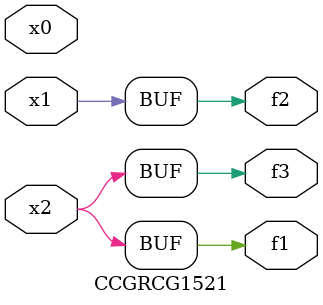
<source format=v>
module CCGRCG1521(
	input x0, x1, x2,
	output f1, f2, f3
);
	assign f1 = x2;
	assign f2 = x1;
	assign f3 = x2;
endmodule

</source>
